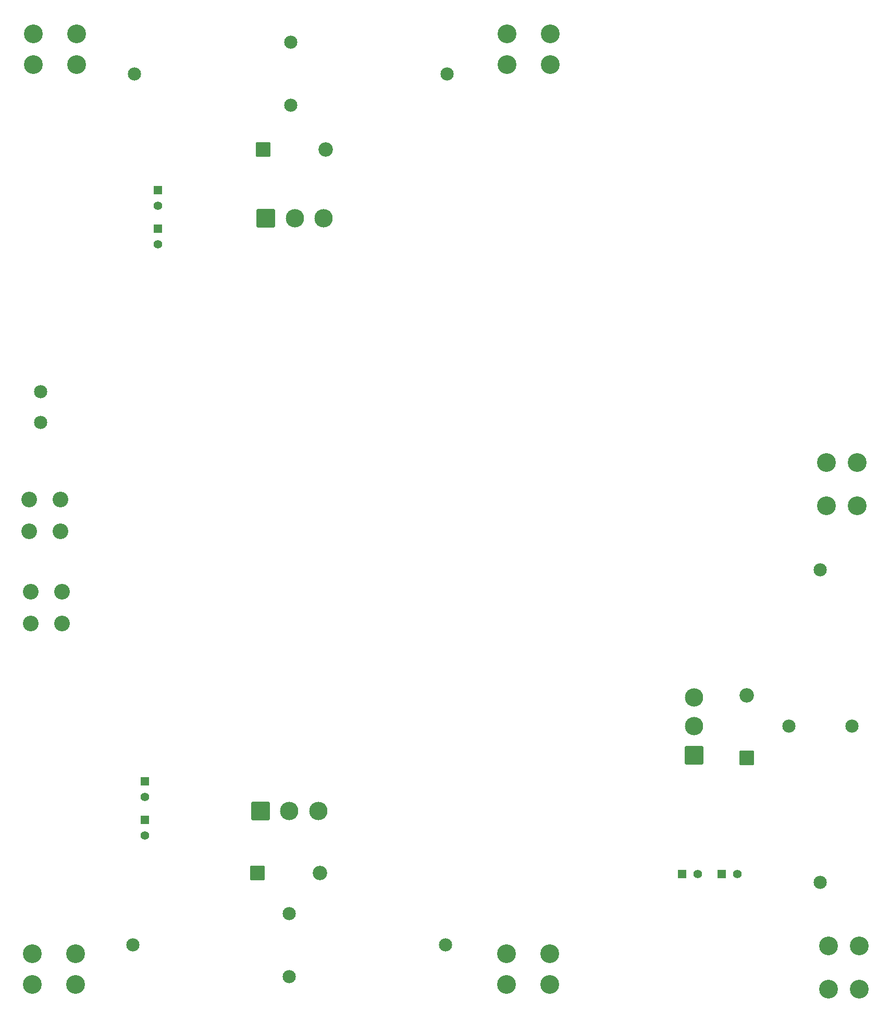
<source format=gbr>
G04 #@! TF.GenerationSoftware,KiCad,Pcbnew,9.0.5*
G04 #@! TF.CreationDate,2025-10-26T17:23:22-04:00*
G04 #@! TF.ProjectId,ReedRelay_Drive,52656564-5265-46c6-9179-5f4472697665,rev?*
G04 #@! TF.SameCoordinates,Original*
G04 #@! TF.FileFunction,Soldermask,Bot*
G04 #@! TF.FilePolarity,Negative*
%FSLAX46Y46*%
G04 Gerber Fmt 4.6, Leading zero omitted, Abs format (unit mm)*
G04 Created by KiCad (PCBNEW 9.0.5) date 2025-10-26 17:23:22*
%MOMM*%
%LPD*%
G01*
G04 APERTURE LIST*
G04 Aperture macros list*
%AMRoundRect*
0 Rectangle with rounded corners*
0 $1 Rounding radius*
0 $2 $3 $4 $5 $6 $7 $8 $9 X,Y pos of 4 corners*
0 Add a 4 corners polygon primitive as box body*
4,1,4,$2,$3,$4,$5,$6,$7,$8,$9,$2,$3,0*
0 Add four circle primitives for the rounded corners*
1,1,$1+$1,$2,$3*
1,1,$1+$1,$4,$5*
1,1,$1+$1,$6,$7*
1,1,$1+$1,$8,$9*
0 Add four rect primitives between the rounded corners*
20,1,$1+$1,$2,$3,$4,$5,0*
20,1,$1+$1,$4,$5,$6,$7,0*
20,1,$1+$1,$6,$7,$8,$9,0*
20,1,$1+$1,$8,$9,$2,$3,0*%
G04 Aperture macros list end*
%ADD10C,2.550000*%
%ADD11C,3.054000*%
%ADD12C,2.150000*%
%ADD13RoundRect,0.102000X-1.387500X-1.387500X1.387500X-1.387500X1.387500X1.387500X-1.387500X1.387500X0*%
%ADD14C,2.979000*%
%ADD15C,1.410000*%
%ADD16RoundRect,0.070000X-0.635000X0.635000X-0.635000X-0.635000X0.635000X-0.635000X0.635000X0.635000X0*%
%ADD17RoundRect,0.070000X1.100000X-1.100000X1.100000X1.100000X-1.100000X1.100000X-1.100000X-1.100000X0*%
%ADD18O,2.340000X2.340000*%
%ADD19RoundRect,0.070000X-1.100000X-1.100000X1.100000X-1.100000X1.100000X1.100000X-1.100000X1.100000X0*%
%ADD20RoundRect,0.102000X1.387500X-1.387500X1.387500X1.387500X-1.387500X1.387500X-1.387500X-1.387500X0*%
%ADD21C,2.154000*%
%ADD22RoundRect,0.070000X-0.635000X-0.635000X0.635000X-0.635000X0.635000X0.635000X-0.635000X0.635000X0*%
G04 APERTURE END LIST*
D10*
X26499800Y-101727400D03*
X31599800Y-101727400D03*
X26499800Y-106827400D03*
X31599800Y-106827400D03*
D11*
X27190000Y-31000000D03*
X27190000Y-26000000D03*
X34200000Y-26000000D03*
X34200000Y-31000000D03*
X104190000Y-31000000D03*
X104190000Y-26000000D03*
X111200000Y-26000000D03*
X111200000Y-31000000D03*
D12*
X69045000Y-37600000D03*
X69045000Y-27400000D03*
X94445000Y-32500000D03*
X43645000Y-32500000D03*
D10*
X31849800Y-121827400D03*
X26749800Y-121827400D03*
X31849800Y-116727400D03*
X26749800Y-116727400D03*
D12*
X155075000Y-163955000D03*
X155075000Y-113155000D03*
X149975000Y-138555000D03*
X160175000Y-138555000D03*
D13*
X64995000Y-56000000D03*
D14*
X69695000Y-56000000D03*
X74395000Y-56000000D03*
D15*
X45310000Y-150080000D03*
D16*
X45310000Y-147540000D03*
X47445000Y-51440000D03*
D15*
X47445000Y-53980000D03*
X45310000Y-156330000D03*
D16*
X45310000Y-153790000D03*
D17*
X143100000Y-143660000D03*
D18*
X143100000Y-133500000D03*
D13*
X64110000Y-152290000D03*
D14*
X68810000Y-152290000D03*
X73510000Y-152290000D03*
D11*
X111065000Y-180540000D03*
X111065000Y-175540000D03*
X104055000Y-175540000D03*
X104055000Y-180540000D03*
D19*
X64565000Y-44825000D03*
D18*
X74725000Y-44825000D03*
D20*
X134575000Y-143255000D03*
D14*
X134575000Y-138555000D03*
X134575000Y-133855000D03*
D12*
X43335000Y-174115000D03*
X94135000Y-174115000D03*
X68735000Y-169015000D03*
X68735000Y-179215000D03*
D11*
X34065000Y-180540000D03*
X34065000Y-175540000D03*
X27055000Y-175540000D03*
X27055000Y-180540000D03*
D21*
X28399800Y-84177400D03*
X28399800Y-89177400D03*
D11*
X156400000Y-181305000D03*
X161400000Y-181305000D03*
X161400000Y-174295000D03*
X156400000Y-174295000D03*
X156100000Y-95680000D03*
X161100000Y-95680000D03*
X161100000Y-102690000D03*
X156100000Y-102690000D03*
D15*
X135115000Y-162555000D03*
D22*
X132575000Y-162555000D03*
D16*
X47445000Y-57710000D03*
D15*
X47445000Y-60250000D03*
D22*
X139055000Y-162555000D03*
D15*
X141595000Y-162555000D03*
D19*
X63605000Y-162415000D03*
D18*
X73765000Y-162415000D03*
M02*

</source>
